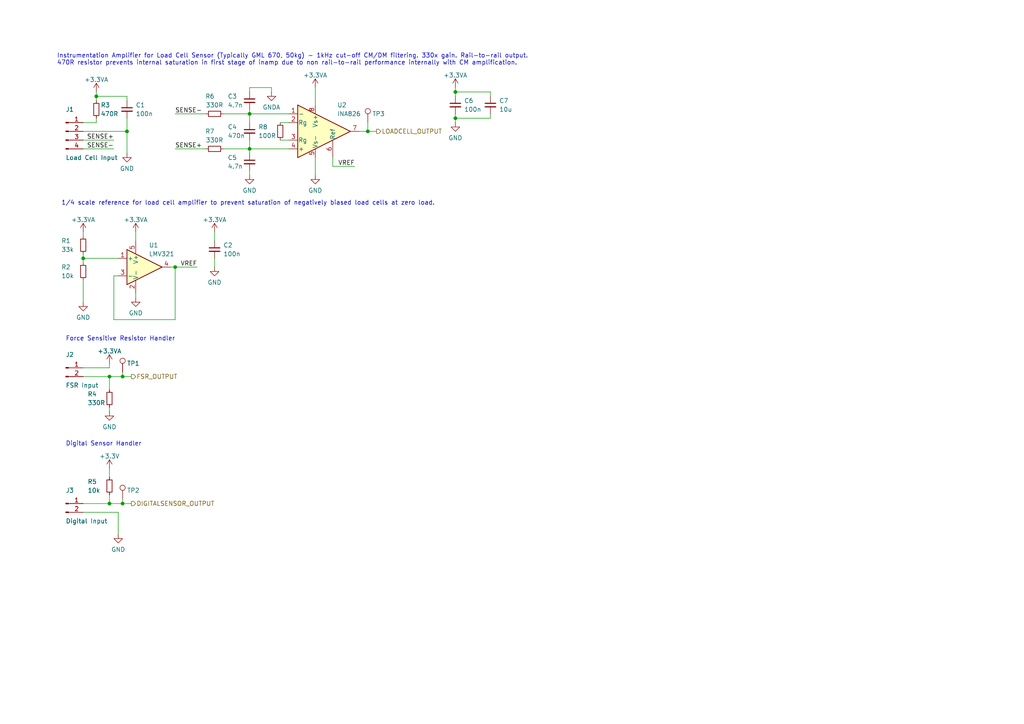
<source format=kicad_sch>
(kicad_sch (version 20211123) (generator eeschema)
  (paper "A4")
  (lib_symbols
    (symbol "Amplifier_Operational:LMV321" (pin_names (offset 0.127))
      (property "Reference" "U" (at 0 5.08 0))
      (property "Value" "LMV321" (at 0 -5.08 0))
      (symbol "LMV321_0_1"
        (polyline (pts (xy -5.08 5.08) (xy 5.08 0) (xy -5.08 -5.08) (xy -5.08 5.08)) (stroke (width 0.254)) (fill (type background)))
        (pin power_in line (at -2.54 -7.62 90) (length 3.81) (name "V-") (number "2"))
        (pin power_in line (at -2.54 7.62 270) (length 3.81) (name "V+") (number "5"))
      )
      (symbol "LMV321_1_1"
        (pin input line (at -7.62 2.54 0) (length 2.54) (name "+") (number "1"))
        (pin input line (at -7.62 -2.54 0) (length 2.54) (name "-") (number "3"))
        (pin output line (at 7.62 0 180) (length 2.54) (name "~") (number "4"))
      )
    )
    (symbol "Connector:Conn_01x02_Male" (pin_names (offset 1.016) hide)
      (property "Reference" "J" (at 0 2.54 0))
      (property "Value" "Conn_01x02_Male" (at 0 -5.08 0))
      (symbol "Conn_01x02_Male_1_1"
        (polyline (pts (xy 1.27 -2.54) (xy 0.8636 -2.54)) (stroke (width 0.1524)))
        (polyline (pts (xy 1.27 0) (xy 0.8636 0)) (stroke (width 0.1524)))
        (rectangle (start 0.8636 -2.413) (end 0 -2.667) (stroke (width 0.1524)) (fill (type outline)))
        (rectangle (start 0.8636 0.127) (end 0 -0.127) (stroke (width 0.1524)) (fill (type outline)))
        (pin passive line (at 5.08 0 180) (length 3.81) (name "Pin_1") (number "1"))
        (pin passive line (at 5.08 -2.54 180) (length 3.81) (name "Pin_2") (number "2"))
      )
    )
    (symbol "Connector:Conn_01x04_Male" (pin_names (offset 1.016) hide)
      (property "Reference" "J" (at 0 5.08 0))
      (property "Value" "Conn_01x04_Male" (at 0 -7.62 0))
      (symbol "Conn_01x04_Male_1_1"
        (polyline (pts (xy 1.27 -5.08) (xy 0.8636 -5.08)) (stroke (width 0.1524)))
        (polyline (pts (xy 1.27 -2.54) (xy 0.8636 -2.54)) (stroke (width 0.1524)))
        (polyline (pts (xy 1.27 0) (xy 0.8636 0)) (stroke (width 0.1524)))
        (polyline (pts (xy 1.27 2.54) (xy 0.8636 2.54)) (stroke (width 0.1524)))
        (rectangle (start 0.8636 -4.953) (end 0 -5.207) (stroke (width 0.1524)) (fill (type outline)))
        (rectangle (start 0.8636 -2.413) (end 0 -2.667) (stroke (width 0.1524)) (fill (type outline)))
        (rectangle (start 0.8636 0.127) (end 0 -0.127) (stroke (width 0.1524)) (fill (type outline)))
        (rectangle (start 0.8636 2.667) (end 0 2.413) (stroke (width 0.1524)) (fill (type outline)))
        (pin passive line (at 5.08 2.54 180) (length 3.81) (name "Pin_1") (number "1"))
        (pin passive line (at 5.08 0 180) (length 3.81) (name "Pin_2") (number "2"))
        (pin passive line (at 5.08 -2.54 180) (length 3.81) (name "Pin_3") (number "3"))
        (pin passive line (at 5.08 -5.08 180) (length 3.81) (name "Pin_4") (number "4"))
      )
    )
    (symbol "Connector:TestPoint" (pin_numbers hide) (pin_names (offset 0.762) hide)
      (property "Reference" "TP" (at 0 6.858 0))
      (property "Value" "TestPoint" (at 0 5.08 0))
      (symbol "TestPoint_0_1"
        (circle (center 0 3.302) (radius 0.762))
      )
      (symbol "TestPoint_1_1"
        (pin passive line (at 0 0 90) (length 2.54) (name "1") (number "1"))
      )
    )
    (symbol "Device:C_Small" (pin_numbers hide) (pin_names (offset 0.254) hide)
      (property "Reference" "C" (at 0.254 1.778 0))
      (property "Value" "C_Small" (at 0.254 -2.032 0))
      (symbol "C_Small_0_1"
        (polyline (pts (xy -1.524 -0.508) (xy 1.524 -0.508)) (stroke (width 0.3302)))
        (polyline (pts (xy -1.524 0.508) (xy 1.524 0.508)) (stroke (width 0.3048)))
      )
      (symbol "C_Small_1_1"
        (pin passive line (at 0 2.54 270) (length 2.032) (name "~") (number "1"))
        (pin passive line (at 0 -2.54 90) (length 2.032) (name "~") (number "2"))
      )
    )
    (symbol "Device:R_Small" (pin_numbers hide) (pin_names (offset 0.254) hide)
      (property "Reference" "R" (at 0.762 0.508 0))
      (property "Value" "R_Small" (at 0.762 -1.016 0))
      (symbol "R_Small_0_1"
        (rectangle (start -0.762 1.778) (end 0.762 -1.778) (stroke (width 0.2032)))
      )
      (symbol "R_Small_1_1"
        (pin passive line (at 0 2.54 270) (length 0.762) (name "~") (number "1"))
        (pin passive line (at 0 -2.54 90) (length 0.762) (name "~") (number "2"))
      )
    )
    (symbol "Inamp:INA826" (pin_names (offset 0.127))
      (property "Reference" "U" (at 3.81 7.62 0))
      (property "Value" "INA826" (at 5.08 5.08 0))
      (symbol "INA826_0_1"
        (polyline (pts (xy -7.62 7.62) (xy -7.62 -7.62) (xy 7.62 0) (xy -7.62 7.62)) (stroke (width 0.254)) (fill (type background)))
      )
      (symbol "INA826_1_1"
        (pin input line (at -10.16 5.08 0) (length 2.54) (name "-") (number "1"))
        (pin passive line (at -10.16 2.54 0) (length 2.54) (name "Rg") (number "2"))
        (pin passive line (at -10.16 -2.54 0) (length 2.54) (name "Rg") (number "3"))
        (pin input line (at -10.16 -5.08 0) (length 2.54) (name "+") (number "4"))
        (pin power_in line (at -2.54 -7.62 90) (length 2.54) (name "Vs-") (number "5"))
        (pin passive line (at 2.54 -7.62 90) (length 5.08) (name "Ref") (number "6"))
        (pin output line (at 10.16 0 180) (length 2.54) (name "~") (number "7"))
        (pin power_in line (at -2.54 7.62 270) (length 2.54) (name "Vs+") (number "8"))
      )
    )
    (symbol "power:+3.3V" (power) (pin_numbers hide) (pin_names (offset 0) hide)
      (property "Value" "+3.3V" (at 0 3.556 0))
      (symbol "+3.3V_0_1"
        (polyline (pts (xy -0.762 1.27) (xy 0 2.54)))
        (polyline (pts (xy 0 0) (xy 0 2.54)))
        (polyline (pts (xy 0 2.54) (xy 0.762 1.27)))
      )
      (symbol "+3.3V_1_1"
        (pin power_in line (at 0 0 90) (length 0) hide (name "+3.3V") (number "1"))
      )
    )
    (symbol "power:+3.3VA" (power) (pin_numbers hide) (pin_names (offset 0) hide)
      (property "Value" "+3.3VA" (at 0 3.556 0))
      (symbol "+3.3VA_0_1"
        (polyline (pts (xy -0.762 1.27) (xy 0 2.54)))
        (polyline (pts (xy 0 0) (xy 0 2.54)))
        (polyline (pts (xy 0 2.54) (xy 0.762 1.27)))
      )
      (symbol "+3.3VA_1_1"
        (pin power_in line (at 0 0 90) (length 0) hide (name "+3.3VA") (number "1"))
      )
    )
    (symbol "power:GND" (power) (pin_numbers hide) (pin_names (offset 0) hide)
      (property "Value" "GND" (at 0 -3.81 0))
      (symbol "GND_0_1"
        (polyline (pts (xy 0 0) (xy 0 -1.27) (xy 1.27 -1.27) (xy 0 -2.54) (xy -1.27 -1.27) (xy 0 -1.27)))
      )
      (symbol "GND_1_1"
        (pin power_in line (at 0 0 270) (length 0) hide (name "GND") (number "1"))
      )
    )
    (symbol "power:GNDA" (power) (pin_numbers hide) (pin_names (offset 0) hide)
      (property "Value" "GNDA" (at 0 -3.81 0))
      (symbol "GNDA_0_1"
        (polyline (pts (xy 0 0) (xy 0 -1.27) (xy 1.27 -1.27) (xy 0 -2.54) (xy -1.27 -1.27) (xy 0 -1.27)))
      )
      (symbol "GNDA_1_1"
        (pin power_in line (at 0 0 270) (length 0) hide (name "GNDA") (number "1"))
      )
    )
  )
  (junction (at 132.08 34.29))
  (junction (at 72.39 43.18))
  (junction (at 132.08 26.67))
  (junction (at 106.68 38.1))
  (junction (at 36.83 38.1))
  (junction (at 35.56 146.05))
  (junction (at 35.56 109.22))
  (junction (at 50.8 77.47))
  (junction (at 31.75 146.05))
  (junction (at 24.13 74.93))
  (junction (at 31.75 109.22))
  (junction (at 27.94 27.94))
  (junction (at 72.39 33.02))
  (wire (pts (xy 132.08 25.4) (xy 132.08 26.67)))
  (wire (pts (xy 24.13 74.93) (xy 34.29 74.93)))
  (wire (pts (xy 72.39 35.56) (xy 72.39 33.02)))
  (wire (pts (xy 62.23 67.31) (xy 62.23 69.85)))
  (wire (pts (xy 24.13 109.22) (xy 31.75 109.22)))
  (wire (pts (xy 72.39 43.18) (xy 72.39 44.45)))
  (wire (pts (xy 27.94 27.94) (xy 27.94 29.21)))
  (wire (pts (xy 104.14 38.1) (xy 106.68 38.1)))
  (wire (pts (xy 72.39 33.02) (xy 83.82 33.02)))
  (wire (pts (xy 106.68 38.1) (xy 109.22 38.1)))
  (wire (pts (xy 35.56 109.22) (xy 38.1 109.22)))
  (wire (pts (xy 24.13 106.68) (xy 31.75 106.68)))
  (wire (pts (xy 72.39 31.75) (xy 72.39 33.02)))
  (wire (pts (xy 27.94 26.67) (xy 27.94 27.94)))
  (wire (pts (xy 33.02 80.01) (xy 33.02 92.71)))
  (wire (pts (xy 50.8 33.02) (xy 59.69 33.02)))
  (wire (pts (xy 31.75 135.89) (xy 31.75 138.43)))
  (wire (pts (xy 24.13 81.28) (xy 24.13 87.63)))
  (wire (pts (xy 24.13 43.18) (xy 33.02 43.18)))
  (wire (pts (xy 24.13 35.56) (xy 27.94 35.56)))
  (wire (pts (xy 132.08 26.67) (xy 132.08 27.94)))
  (wire (pts (xy 132.08 35.56) (xy 132.08 34.29)))
  (wire (pts (xy 72.39 25.4) (xy 78.74 25.4)))
  (wire (pts (xy 62.23 77.47) (xy 62.23 74.93)))
  (wire (pts (xy 35.56 107.95) (xy 35.56 109.22)))
  (wire (pts (xy 24.13 67.31) (xy 24.13 68.58)))
  (wire (pts (xy 33.02 40.64) (xy 24.13 40.64)))
  (wire (pts (xy 35.56 144.78) (xy 35.56 146.05)))
  (wire (pts (xy 64.77 43.18) (xy 72.39 43.18)))
  (wire (pts (xy 31.75 109.22) (xy 35.56 109.22)))
  (wire (pts (xy 132.08 34.29) (xy 142.24 34.29)))
  (wire (pts (xy 27.94 35.56) (xy 27.94 34.29)))
  (wire (pts (xy 72.39 43.18) (xy 83.82 43.18)))
  (wire (pts (xy 81.28 40.64) (xy 83.82 40.64)))
  (wire (pts (xy 31.75 146.05) (xy 35.56 146.05)))
  (wire (pts (xy 50.8 77.47) (xy 57.15 77.47)))
  (wire (pts (xy 34.29 80.01) (xy 33.02 80.01)))
  (wire (pts (xy 50.8 92.71) (xy 50.8 77.47)))
  (wire (pts (xy 36.83 27.94) (xy 36.83 29.21)))
  (wire (pts (xy 24.13 38.1) (xy 36.83 38.1)))
  (wire (pts (xy 31.75 119.38) (xy 31.75 118.11)))
  (wire (pts (xy 96.52 48.26) (xy 102.87 48.26)))
  (wire (pts (xy 106.68 35.56) (xy 106.68 38.1)))
  (wire (pts (xy 72.39 26.67) (xy 72.39 25.4)))
  (wire (pts (xy 24.13 74.93) (xy 24.13 76.2)))
  (wire (pts (xy 50.8 77.47) (xy 49.53 77.47)))
  (wire (pts (xy 142.24 26.67) (xy 142.24 27.94)))
  (wire (pts (xy 96.52 48.26) (xy 96.52 45.72)))
  (wire (pts (xy 91.44 50.8) (xy 91.44 45.72)))
  (wire (pts (xy 35.56 146.05) (xy 38.1 146.05)))
  (wire (pts (xy 24.13 148.59) (xy 34.29 148.59)))
  (wire (pts (xy 78.74 25.4) (xy 78.74 26.67)))
  (wire (pts (xy 36.83 34.29) (xy 36.83 38.1)))
  (wire (pts (xy 72.39 40.64) (xy 72.39 43.18)))
  (wire (pts (xy 31.75 109.22) (xy 31.75 113.03)))
  (wire (pts (xy 81.28 35.56) (xy 83.82 35.56)))
  (wire (pts (xy 31.75 146.05) (xy 31.75 143.51)))
  (wire (pts (xy 72.39 49.53) (xy 72.39 50.8)))
  (wire (pts (xy 39.37 85.09) (xy 39.37 86.36)))
  (wire (pts (xy 31.75 106.68) (xy 31.75 105.41)))
  (wire (pts (xy 142.24 26.67) (xy 132.08 26.67)))
  (wire (pts (xy 142.24 34.29) (xy 142.24 33.02)))
  (wire (pts (xy 64.77 33.02) (xy 72.39 33.02)))
  (wire (pts (xy 132.08 34.29) (xy 132.08 33.02)))
  (wire (pts (xy 33.02 92.71) (xy 50.8 92.71)))
  (wire (pts (xy 24.13 146.05) (xy 31.75 146.05)))
  (wire (pts (xy 27.94 27.94) (xy 36.83 27.94)))
  (wire (pts (xy 50.8 43.18) (xy 59.69 43.18)))
  (wire (pts (xy 39.37 67.31) (xy 39.37 69.85)))
  (wire (pts (xy 36.83 38.1) (xy 36.83 44.45)))
  (wire (pts (xy 24.13 73.66) (xy 24.13 74.93)))
  (wire (pts (xy 91.44 25.4) (xy 91.44 30.48)))
  (wire (pts (xy 34.29 148.59) (xy 34.29 154.94)))
  (text "1/4 scale reference for load cell amplifier to prevent saturation of negatively biased load cells at zero load." (at 17.78 59.69 0) (effects (font (size 1.27 1.27)) (justify left bottom)))
  (text "Force Sensitive Resistor Handler" (at 19.05 99.06 0) (effects (font (size 1.27 1.27)) (justify left bottom)))
  (text "Instrumentation Amplifier for Load Cell Sensor (Typically GML 670, 50kg) - 1kHz cut-off CM/DM filtering. 330x gain. Rail-to-rail output.\n470R resistor prevents internal saturation in first stage of inamp due to non rail-to-rail performance internally with CM amplification." (at 16.51 19.05 0) (effects (font (size 1.27 1.27)) (justify left bottom)))
  (text "Digital Sensor Handler" (at 19.05 129.54 0) (effects (font (size 1.27 1.27)) (justify left bottom)))
  (label "SENSE+" (at 33.02 40.64 180))
  (label "SENSE+" (at 50.8 43.18 0))
  (label "SENSE-" (at 33.02 43.18 180))
  (label "SENSE-" (at 50.8 33.02 0))
  (label "VREF" (at 57.15 77.47 180))
  (label "VREF" (at 102.87 48.26 180))
  (hierarchical_label "FSR_OUTPUT" (shape output) (at 38.1 109.22 0))
  (hierarchical_label "LOADCELL_OUTPUT" (shape output) (at 109.22 38.1 0))
  (hierarchical_label "DIGITALSENSOR_OUTPUT" (shape output) (at 38.1 146.05 0))
  (symbol (lib_id "Device:C_Small") (at 142.24 30.48 0) (unit 1)
    (property "Reference" "C7" (at 144.78 29.21 0) (effects (justify left)))
    (property "Value" "10u" (at 144.78 31.75 0) (effects (justify left)))
  )
  (symbol (lib_id "power:GND") (at 91.44 50.8 0) (unit 1)
    (property "Reference" "#PWR016" (effects hide))
    (property "Value" "GND" (at 91.44 55.2434 0))
  )
  (symbol (lib_id "Device:R_Small") (at 27.94 31.75 0) (unit 1)
    (property "Reference" "R3" (at 29.21 30.48 0) (effects (justify left)))
    (property "Value" "470R" (at 29.21 33.02 0) (effects (justify left)))
  )
  (symbol (lib_id "power:+3.3VA") (at 39.37 67.31 0) (unit 1)
    (property "Reference" "#PWR09" (effects hide))
    (property "Value" "+3.3VA" (at 39.37 63.7342 0))
  )
  (symbol (lib_id "Device:C_Small") (at 132.08 30.48 0) (unit 1)
    (property "Reference" "C6" (at 134.62 29.21 0) (effects (justify left)))
    (property "Value" "100n" (at 134.62 31.75 0) (effects (justify left)))
  )
  (symbol (lib_id "Device:C_Small") (at 72.39 29.21 0) (unit 1)
    (property "Reference" "C3" (at 66.04 27.94 0) (effects (justify left)))
    (property "Value" "4.7n" (at 66.04 30.48 0) (effects (justify left)))
  )
  (symbol (lib_id "Device:R_Small") (at 31.75 140.97 0) (unit 1)
    (property "Reference" "R5" (at 25.4 139.7 0) (effects (justify left)))
    (property "Value" "10k" (at 25.4 142.24 0) (effects (justify left)))
  )
  (symbol (lib_id "Connector:Conn_01x02_Male") (at 19.05 106.68 0) (unit 1)
    (property "Reference" "J2" (at 19.05 102.87 0) (effects (justify left)))
    (property "Value" "FSR Input" (at 19.05 111.76 0) (effects (justify left)))
  )
  (symbol (lib_id "power:GND") (at 34.29 154.94 0) (unit 1)
    (property "Reference" "#PWR07" (effects hide))
    (property "Value" "GND" (at 34.29 159.3834 0))
  )
  (symbol (lib_id "power:+3.3VA") (at 62.23 67.31 0) (unit 1)
    (property "Reference" "#PWR011" (effects hide))
    (property "Value" "+3.3VA" (at 62.23 63.7342 0))
  )
  (symbol (lib_id "power:+3.3V") (at 31.75 135.89 0) (unit 1)
    (property "Reference" "#PWR06" (effects hide))
    (property "Value" "+3.3V" (at 31.75 132.3142 0))
  )
  (symbol (lib_id "power:+3.3VA") (at 91.44 25.4 0) (unit 1)
    (property "Reference" "#PWR015" (effects hide))
    (property "Value" "+3.3VA" (at 91.44 21.8242 0))
  )
  (symbol (lib_id "power:+3.3VA") (at 27.94 26.67 0) (unit 1)
    (property "Reference" "#PWR03" (effects hide))
    (property "Value" "+3.3VA" (at 27.94 23.0942 0))
  )
  (symbol (lib_id "power:+3.3VA") (at 31.75 105.41 0) (unit 1)
    (property "Reference" "#PWR04" (effects hide))
    (property "Value" "+3.3VA" (at 31.75 101.8342 0))
  )
  (symbol (lib_id "Device:R_Small") (at 62.23 43.18 90) (unit 1)
    (property "Reference" "R7" (at 62.23 38.1 90) (effects (justify left)))
    (property "Value" "330R" (at 64.77 40.64 90) (effects (justify left)))
  )
  (symbol (lib_id "Inamp:INA826") (at 93.98 38.1 0) (unit 1)
    (property "Reference" "U2" (at 97.79 30.48 0) (effects (justify left)))
    (property "Value" "INA826" (at 97.79 33.02 0) (effects (justify left)))
  )
  (symbol (lib_id "power:GND") (at 62.23 77.47 0) (unit 1)
    (property "Reference" "#PWR012" (effects hide))
    (property "Value" "GND" (at 62.23 81.9134 0))
  )
  (symbol (lib_id "Device:C_Small") (at 72.39 38.1 0) (unit 1)
    (property "Reference" "C4" (at 66.04 36.83 0) (effects (justify left)))
    (property "Value" "470n" (at 66.04 39.37 0) (effects (justify left)))
  )
  (symbol (lib_id "power:+3.3VA") (at 24.13 67.31 0) (unit 1)
    (property "Reference" "#PWR01" (effects hide))
    (property "Value" "+3.3VA" (at 24.13 63.7342 0))
  )
  (symbol (lib_id "Connector:Conn_01x02_Male") (at 19.05 146.05 0) (unit 1)
    (property "Reference" "J3" (at 19.05 142.24 0) (effects (justify left)))
    (property "Value" "Digital Input" (at 19.05 151.13 0) (effects (justify left)))
  )
  (symbol (lib_id "Device:R_Small") (at 62.23 33.02 90) (unit 1)
    (property "Reference" "R6" (at 62.23 27.94 90) (effects (justify left)))
    (property "Value" "330R" (at 64.77 30.48 90) (effects (justify left)))
  )
  (symbol (lib_id "Connector:TestPoint") (at 35.56 107.95 0) (unit 1)
    (property "Reference" "TP1" (at 36.83 105.41 0) (effects (justify left)))
    (property "Value" "TestPoint" (effects hide))
  )
  (symbol (lib_id "Device:C_Small") (at 36.83 31.75 0) (unit 1)
    (property "Reference" "C1" (at 39.37 30.48 0) (effects (justify left)))
    (property "Value" "100n" (at 39.37 33.02 0) (effects (justify left)))
  )
  (symbol (lib_id "Connector:Conn_01x04_Male") (at 19.05 38.1 0) (unit 1)
    (property "Reference" "J1" (at 19.05 31.75 0) (effects (justify left)))
    (property "Value" "Load Cell Input" (at 19.05 45.72 0) (effects (justify left)))
  )
  (symbol (lib_id "Device:R_Small") (at 24.13 71.12 0) (unit 1)
    (property "Reference" "R1" (at 17.78 69.85 0) (effects (justify left)))
    (property "Value" "33k" (at 17.78 72.39 0) (effects (justify left)))
  )
  (symbol (lib_id "Device:C_Small") (at 62.23 72.39 0) (unit 1)
    (property "Reference" "C2" (at 64.77 71.12 0) (effects (justify left)))
    (property "Value" "100n" (at 64.77 73.66 0) (effects (justify left)))
  )
  (symbol (lib_id "power:GNDA") (at 78.74 26.67 0) (unit 1)
    (property "Reference" "#PWR014" (effects hide))
    (property "Value" "GNDA" (at 78.74 31.1134 0))
  )
  (symbol (lib_id "power:GND") (at 36.83 44.45 0) (unit 1)
    (property "Reference" "#PWR08" (effects hide))
    (property "Value" "GND" (at 36.83 48.8934 0))
  )
  (symbol (lib_id "Amplifier_Operational:LMV321") (at 41.91 77.47 0) (unit 1)
    (property "Reference" "U1" (at 43.18 71.12 0) (effects (justify left)))
    (property "Value" "LMV321" (at 43.18 73.66 0) (effects (justify left)))
    (property "Datasheet" "http://www.ti.com/lit/ds/symlink/lmv324.pdf" (effects hide))
  )
  (symbol (lib_id "Device:R_Small") (at 81.28 38.1 0) (unit 1)
    (property "Reference" "R8" (at 74.93 36.83 0) (effects (justify left)))
    (property "Value" "100R" (at 74.93 39.37 0) (effects (justify left)))
  )
  (symbol (lib_id "power:GND") (at 31.75 119.38 0) (unit 1)
    (property "Reference" "#PWR05" (effects hide))
    (property "Value" "GND" (at 31.75 123.8234 0))
  )
  (symbol (lib_id "Connector:TestPoint") (at 106.68 35.56 0) (unit 1)
    (property "Reference" "TP3" (at 107.95 33.02 0) (effects (justify left)))
    (property "Value" "TestPoint" (effects hide))
  )
  (symbol (lib_id "power:GND") (at 24.13 87.63 0) (unit 1)
    (property "Reference" "#PWR02" (effects hide))
    (property "Value" "GND" (at 24.13 92.0734 0))
  )
  (symbol (lib_id "Connector:TestPoint") (at 35.56 144.78 0) (unit 1)
    (property "Reference" "TP2" (at 36.83 142.24 0) (effects (justify left)))
    (property "Value" "TestPoint" (effects hide))
  )
  (symbol (lib_id "power:+3.3VA") (at 132.08 25.4 0) (unit 1)
    (property "Reference" "#PWR017" (effects hide))
    (property "Value" "+3.3VA" (at 132.08 21.8242 0))
  )
  (symbol (lib_id "Device:R_Small") (at 31.75 115.57 0) (unit 1)
    (property "Reference" "R4" (at 25.4 114.3 0) (effects (justify left)))
    (property "Value" "330R" (at 25.4 116.84 0) (effects (justify left)))
  )
  (symbol (lib_id "power:GND") (at 72.39 50.8 0) (unit 1)
    (property "Reference" "#PWR013" (effects hide))
    (property "Value" "GND" (at 72.39 55.2434 0))
  )
  (symbol (lib_id "Device:R_Small") (at 24.13 78.74 0) (unit 1)
    (property "Reference" "R2" (at 17.78 77.47 0) (effects (justify left)))
    (property "Value" "10k" (at 17.78 80.01 0) (effects (justify left)))
  )
  (symbol (lib_id "power:GND") (at 132.08 35.56 0) (unit 1)
    (property "Reference" "#PWR018" (effects hide))
    (property "Value" "GND" (at 132.08 40.0034 0))
  )
  (symbol (lib_id "power:GND") (at 39.37 86.36 0) (unit 1)
    (property "Reference" "#PWR010" (effects hide))
    (property "Value" "GND" (at 39.37 90.8034 0))
  )
  (symbol (lib_id "Device:C_Small") (at 72.39 46.99 0) (unit 1)
    (property "Reference" "C5" (at 66.04 45.72 0) (effects (justify left)))
    (property "Value" "4.7n" (at 66.04 48.26 0) (effects (justify left)))
  )
)
</source>
